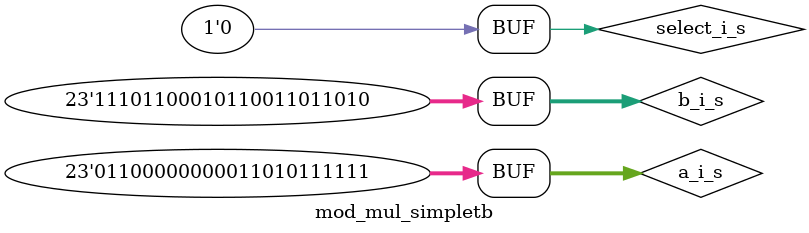
<source format=sv>

`timescale 1ns/1ps

module mod_mul_simpletb();
   logic [22:0] a_i_s, b_i_s, c_o_s;
   logic 	select_i_s;

   mod_mul DUT(
	       .a_i(a_i_s),
	       .b_i(b_i_s),
	       .select_i(select_i_s),
	       .c_o(c_o_s)
	       );

   initial begin
      select_i_s = 1;
      a_i_s = 12'hEA1;
      b_i_s = 12'h6C6;
//expected result : d2280,h8E8,b1000 11101000
      #5;
      a_i_s = 12'hB7;
      b_i_s = 12'hABC;
//expected result : d205,hCD,b11001101
      #5;
      a_i_s = 12'h7B6;
      b_i_s = 12'hC92;
//expected result : d600,h258,b10 01011000
      #5;
      select_i_s = 0;
      a_i_s = 23'h57882B;
      b_i_s = 23'h7F0FEA;
//expected result : d3293844,h324294
      #5;
      a_i_s = 23'h4625CA;
      b_i_s = 23'h7F822C;
//expected result : d7938152,h792068
      #5;
      a_i_s = 23'h3006BF;
      b_i_s = 23'h762CDA;
//expected result : d3190914,h30B082
   end
endmodule:mod_mul_simpletb

</source>
